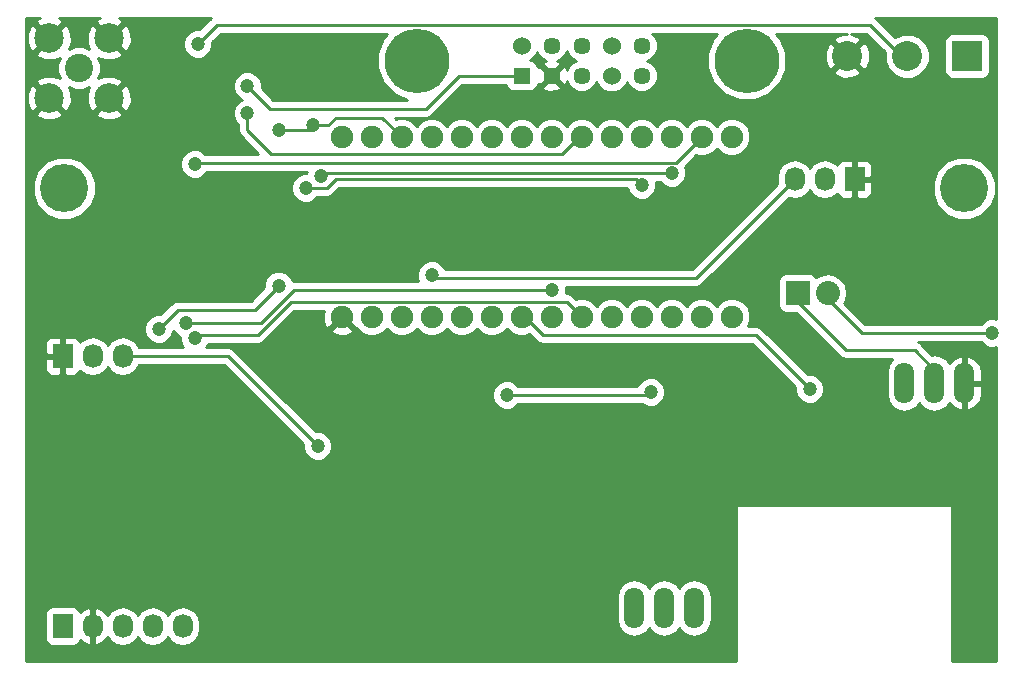
<source format=gbl>
G04 #@! TF.FileFunction,Copper,L2,Bot,Signal*
%FSLAX46Y46*%
G04 Gerber Fmt 4.6, Leading zero omitted, Abs format (unit mm)*
G04 Created by KiCad (PCBNEW 4.0.1-stable) date 2017-04-04 7:48:20 AM*
%MOMM*%
G01*
G04 APERTURE LIST*
%ADD10C,0.150000*%
%ADD11C,5.461000*%
%ADD12R,1.400000X1.400000*%
%ADD13C,1.524000*%
%ADD14C,1.450000*%
%ADD15C,2.400000*%
%ADD16C,2.500000*%
%ADD17R,2.540000X2.540000*%
%ADD18C,2.540000*%
%ADD19R,2.032000X2.032000*%
%ADD20O,2.032000X2.032000*%
%ADD21R,1.727200X2.032000*%
%ADD22O,1.727200X2.032000*%
%ADD23O,1.699260X3.500120*%
%ADD24C,1.900000*%
%ADD25C,4.064000*%
%ADD26C,1.200000*%
%ADD27C,0.254000*%
G04 APERTURE END LIST*
D10*
D11*
X50165000Y-19685000D03*
X78105000Y-19685000D03*
D12*
X59055000Y-20955000D03*
D13*
X59055000Y-18415000D03*
D14*
X61595000Y-20955000D03*
X61595000Y-18415000D03*
X64135000Y-20955000D03*
X64135000Y-18415000D03*
D13*
X66675000Y-20955000D03*
X66675000Y-18415000D03*
D14*
X69215000Y-20955000D03*
X69215000Y-18415000D03*
D15*
X21590000Y-20320000D03*
D16*
X19050000Y-17780000D03*
X24130000Y-17780000D03*
X24130000Y-22860000D03*
X19050000Y-22860000D03*
D17*
X96774000Y-19304000D03*
D18*
X91694000Y-19304000D03*
X86614000Y-19304000D03*
D19*
X82423000Y-39370000D03*
D20*
X84963000Y-39370000D03*
D21*
X87249000Y-29718000D03*
D22*
X84709000Y-29718000D03*
X82169000Y-29718000D03*
D23*
X71120000Y-66040000D03*
X73660000Y-66040000D03*
X68580000Y-66040000D03*
X93980000Y-46990000D03*
X91440000Y-46990000D03*
X96520000Y-46990000D03*
D21*
X20193000Y-67564000D03*
D22*
X22733000Y-67564000D03*
X25273000Y-67564000D03*
X27813000Y-67564000D03*
X30353000Y-67564000D03*
D21*
X20193000Y-44704000D03*
D22*
X22733000Y-44704000D03*
X25273000Y-44704000D03*
D24*
X46355000Y-41402000D03*
X48895000Y-41402000D03*
X51435000Y-41402000D03*
X53975000Y-41402000D03*
X56515000Y-41402000D03*
X59055000Y-41402000D03*
X61595000Y-41402000D03*
X64135000Y-41402000D03*
X66675000Y-41402000D03*
X69215000Y-41402000D03*
X71755000Y-41402000D03*
X74295000Y-41402000D03*
X76835000Y-41402000D03*
X76835000Y-26162000D03*
X74295000Y-26162000D03*
X71755000Y-26162000D03*
X69215000Y-26162000D03*
X66675000Y-26162000D03*
X64135000Y-26162000D03*
X61595000Y-26162000D03*
X59055000Y-26162000D03*
X56515000Y-26162000D03*
X53975000Y-26162000D03*
X51435000Y-26162000D03*
X48895000Y-26162000D03*
X46355000Y-26162000D03*
X43815000Y-26162000D03*
X43815000Y-41402000D03*
D25*
X20320000Y-30480000D03*
X96520000Y-30480000D03*
D26*
X50419000Y-54356000D03*
X50419000Y-55626000D03*
X50419000Y-53086000D03*
X87757000Y-50546000D03*
X51181000Y-67818000D03*
X49911000Y-67818000D03*
X52451000Y-67818000D03*
X52451000Y-61976000D03*
X49911000Y-61976000D03*
X73787000Y-54737000D03*
X64262000Y-51308000D03*
X62738000Y-51308000D03*
X64262000Y-49784000D03*
X61214000Y-51308000D03*
X61214000Y-49784000D03*
X62738000Y-49784000D03*
X47244000Y-66294000D03*
X31623000Y-18288000D03*
X98907600Y-42748200D03*
X57785000Y-48006000D03*
X69977000Y-47752000D03*
X51435000Y-37846000D03*
X83439000Y-47498000D03*
X31369000Y-28448000D03*
X71755000Y-29210000D03*
X42037000Y-29464000D03*
X41783000Y-52324000D03*
X35814000Y-21844000D03*
X30607000Y-41910000D03*
X61595000Y-39116000D03*
X31369000Y-43180000D03*
X35814000Y-24130000D03*
X38481000Y-25527000D03*
X41402000Y-25146000D03*
X38481000Y-38735000D03*
X28321000Y-42418000D03*
X69215000Y-30226000D03*
X40767000Y-30480000D03*
D27*
X61595000Y-20955000D02*
X61595000Y-20904200D01*
X24130000Y-22860000D02*
X24866600Y-22860000D01*
X91694000Y-19304000D02*
X91186000Y-19304000D01*
X91186000Y-19304000D02*
X88519000Y-16637000D01*
X33274000Y-16637000D02*
X31623000Y-18288000D01*
X88519000Y-16637000D02*
X33274000Y-16637000D01*
X84963000Y-39370000D02*
X84963000Y-39878000D01*
X84963000Y-39878000D02*
X87833200Y-42748200D01*
X87833200Y-42748200D02*
X98907600Y-42748200D01*
X69723000Y-48006000D02*
X57785000Y-48006000D01*
X69977000Y-47752000D02*
X69723000Y-48006000D01*
X51689000Y-38100000D02*
X73787000Y-38100000D01*
X51435000Y-37846000D02*
X51689000Y-38100000D01*
X82169000Y-29718000D02*
X73787000Y-38100000D01*
X59055000Y-41402000D02*
X59309000Y-41402000D01*
X59309000Y-41402000D02*
X60833000Y-42926000D01*
X60833000Y-42926000D02*
X78867000Y-42926000D01*
X78867000Y-42926000D02*
X83439000Y-47498000D01*
X72136000Y-28321000D02*
X74295000Y-26162000D01*
X31496000Y-28321000D02*
X72136000Y-28321000D01*
X31369000Y-28448000D02*
X31496000Y-28321000D01*
X42291000Y-29210000D02*
X71755000Y-29210000D01*
X42037000Y-29464000D02*
X42291000Y-29210000D01*
X25273000Y-44704000D02*
X34163000Y-44704000D01*
X34163000Y-44704000D02*
X41783000Y-52324000D01*
X82423000Y-39370000D02*
X82423000Y-40132000D01*
X82423000Y-40132000D02*
X86487000Y-44196000D01*
X86487000Y-44196000D02*
X92329000Y-44196000D01*
X92329000Y-44196000D02*
X93980000Y-45847000D01*
X93980000Y-45847000D02*
X93980000Y-46990000D01*
X93980000Y-46990000D02*
X93980000Y-46456600D01*
X93980000Y-46075600D02*
X93980000Y-46990000D01*
X50927000Y-23749000D02*
X37719000Y-23749000D01*
X35814000Y-21844000D02*
X37719000Y-23749000D01*
X59055000Y-20955000D02*
X53721000Y-20955000D01*
X53721000Y-20955000D02*
X50927000Y-23749000D01*
X59055000Y-18415000D02*
X59283600Y-18415000D01*
X39751000Y-39116000D02*
X61595000Y-39116000D01*
X36957000Y-41910000D02*
X39751000Y-39116000D01*
X30607000Y-41910000D02*
X36957000Y-41910000D01*
X62865000Y-40132000D02*
X64135000Y-41402000D01*
X39497000Y-40132000D02*
X62865000Y-40132000D01*
X36703000Y-42926000D02*
X39497000Y-40132000D01*
X31623000Y-42926000D02*
X36703000Y-42926000D01*
X31369000Y-43180000D02*
X31623000Y-42926000D01*
X35814000Y-25527000D02*
X37846000Y-27559000D01*
X35814000Y-24130000D02*
X35814000Y-25527000D01*
X64135000Y-26162000D02*
X63881000Y-26162000D01*
X63881000Y-26162000D02*
X62484000Y-27559000D01*
X62484000Y-27559000D02*
X37846000Y-27559000D01*
X41402000Y-25146000D02*
X42672000Y-25146000D01*
X47244000Y-24511000D02*
X48895000Y-26162000D01*
X43307000Y-24511000D02*
X47244000Y-24511000D01*
X42672000Y-25146000D02*
X43307000Y-24511000D01*
X41021000Y-25527000D02*
X38481000Y-25527000D01*
X41402000Y-25146000D02*
X41021000Y-25527000D01*
X36449000Y-40767000D02*
X38481000Y-38735000D01*
X29972000Y-40767000D02*
X36449000Y-40767000D01*
X28321000Y-42418000D02*
X29972000Y-40767000D01*
X68707000Y-29718000D02*
X69215000Y-30226000D01*
X43307000Y-29718000D02*
X68707000Y-29718000D01*
X42545000Y-30480000D02*
X43307000Y-29718000D01*
X40767000Y-30480000D02*
X42545000Y-30480000D01*
G36*
X18025533Y-16153877D02*
X17896285Y-16446680D01*
X19050000Y-17600395D01*
X20203715Y-16446680D01*
X20074467Y-16153877D01*
X19843770Y-16065500D01*
X23318894Y-16065500D01*
X23105533Y-16153877D01*
X22976285Y-16446680D01*
X24130000Y-17600395D01*
X25283715Y-16446680D01*
X25154467Y-16153877D01*
X24923770Y-16065500D01*
X32784100Y-16065500D01*
X32735185Y-16098184D01*
X31780233Y-17053137D01*
X31378421Y-17052786D01*
X30924343Y-17240408D01*
X30576629Y-17587515D01*
X30388215Y-18041266D01*
X30387786Y-18532579D01*
X30575408Y-18986657D01*
X30922515Y-19334371D01*
X31376266Y-19522785D01*
X31867579Y-19523214D01*
X32321657Y-19335592D01*
X32669371Y-18988485D01*
X32857785Y-18534734D01*
X32858138Y-18130492D01*
X33589631Y-17399000D01*
X47691299Y-17399000D01*
X47313532Y-17776108D01*
X46800086Y-19012624D01*
X46798917Y-20351502D01*
X47310204Y-21588912D01*
X48256108Y-22536468D01*
X49341110Y-22987000D01*
X38034630Y-22987000D01*
X37048863Y-22001233D01*
X37049214Y-21599421D01*
X36861592Y-21145343D01*
X36514485Y-20797629D01*
X36060734Y-20609215D01*
X35569421Y-20608786D01*
X35115343Y-20796408D01*
X34767629Y-21143515D01*
X34579215Y-21597266D01*
X34578786Y-22088579D01*
X34766408Y-22542657D01*
X35113515Y-22890371D01*
X35346235Y-22987005D01*
X35115343Y-23082408D01*
X34767629Y-23429515D01*
X34579215Y-23883266D01*
X34578786Y-24374579D01*
X34766408Y-24828657D01*
X35052000Y-25114748D01*
X35052000Y-25527000D01*
X35110004Y-25818605D01*
X35169736Y-25908000D01*
X35275185Y-26065815D01*
X36768370Y-27559000D01*
X32226581Y-27559000D01*
X32069485Y-27401629D01*
X31615734Y-27213215D01*
X31124421Y-27212786D01*
X30670343Y-27400408D01*
X30322629Y-27747515D01*
X30134215Y-28201266D01*
X30133786Y-28692579D01*
X30321408Y-29146657D01*
X30668515Y-29494371D01*
X31122266Y-29682785D01*
X31613579Y-29683214D01*
X32067657Y-29495592D01*
X32415371Y-29148485D01*
X32442563Y-29083000D01*
X40857967Y-29083000D01*
X40802215Y-29217266D01*
X40802191Y-29245030D01*
X40522421Y-29244786D01*
X40068343Y-29432408D01*
X39720629Y-29779515D01*
X39532215Y-30233266D01*
X39531786Y-30724579D01*
X39719408Y-31178657D01*
X40066515Y-31526371D01*
X40520266Y-31714785D01*
X41011579Y-31715214D01*
X41465657Y-31527592D01*
X41751748Y-31242000D01*
X42545000Y-31242000D01*
X42836605Y-31183996D01*
X43083815Y-31018815D01*
X43622631Y-30480000D01*
X67983679Y-30480000D01*
X68167408Y-30924657D01*
X68514515Y-31272371D01*
X68968266Y-31460785D01*
X69459579Y-31461214D01*
X69913657Y-31273592D01*
X70261371Y-30926485D01*
X70449785Y-30472734D01*
X70450214Y-29981421D01*
X70446321Y-29972000D01*
X70770640Y-29972000D01*
X71054515Y-30256371D01*
X71508266Y-30444785D01*
X71999579Y-30445214D01*
X72453657Y-30257592D01*
X72801371Y-29910485D01*
X72989785Y-29456734D01*
X72990214Y-28965421D01*
X72867119Y-28667511D01*
X73843780Y-27690850D01*
X73978341Y-27746724D01*
X74608893Y-27747275D01*
X75191657Y-27506481D01*
X75565261Y-27133529D01*
X75935997Y-27504914D01*
X76518341Y-27746724D01*
X77148893Y-27747275D01*
X77731657Y-27506481D01*
X78177914Y-27061003D01*
X78419724Y-26478659D01*
X78420275Y-25848107D01*
X78179481Y-25265343D01*
X77734003Y-24819086D01*
X77151659Y-24577276D01*
X76521107Y-24576725D01*
X75938343Y-24817519D01*
X75564739Y-25190471D01*
X75194003Y-24819086D01*
X74611659Y-24577276D01*
X73981107Y-24576725D01*
X73398343Y-24817519D01*
X73024739Y-25190471D01*
X72654003Y-24819086D01*
X72071659Y-24577276D01*
X71441107Y-24576725D01*
X70858343Y-24817519D01*
X70484739Y-25190471D01*
X70114003Y-24819086D01*
X69531659Y-24577276D01*
X68901107Y-24576725D01*
X68318343Y-24817519D01*
X67944739Y-25190471D01*
X67574003Y-24819086D01*
X66991659Y-24577276D01*
X66361107Y-24576725D01*
X65778343Y-24817519D01*
X65404739Y-25190471D01*
X65034003Y-24819086D01*
X64451659Y-24577276D01*
X63821107Y-24576725D01*
X63238343Y-24817519D01*
X62864739Y-25190471D01*
X62494003Y-24819086D01*
X61911659Y-24577276D01*
X61281107Y-24576725D01*
X60698343Y-24817519D01*
X60324739Y-25190471D01*
X59954003Y-24819086D01*
X59371659Y-24577276D01*
X58741107Y-24576725D01*
X58158343Y-24817519D01*
X57784739Y-25190471D01*
X57414003Y-24819086D01*
X56831659Y-24577276D01*
X56201107Y-24576725D01*
X55618343Y-24817519D01*
X55244739Y-25190471D01*
X54874003Y-24819086D01*
X54291659Y-24577276D01*
X53661107Y-24576725D01*
X53078343Y-24817519D01*
X52704739Y-25190471D01*
X52334003Y-24819086D01*
X51751659Y-24577276D01*
X51121107Y-24576725D01*
X50538343Y-24817519D01*
X50164739Y-25190471D01*
X49794003Y-24819086D01*
X49211659Y-24577276D01*
X48581107Y-24576725D01*
X48444005Y-24633375D01*
X48321630Y-24511000D01*
X50927000Y-24511000D01*
X51218605Y-24452996D01*
X51465815Y-24287815D01*
X54036631Y-21717000D01*
X57719226Y-21717000D01*
X57751838Y-21890317D01*
X57890910Y-22106441D01*
X58103110Y-22251431D01*
X58355000Y-22302440D01*
X59755000Y-22302440D01*
X59990317Y-22258162D01*
X60206441Y-22119090D01*
X60350400Y-21908398D01*
X60821207Y-21908398D01*
X60886122Y-22146753D01*
X61396146Y-22327312D01*
X61936444Y-22298949D01*
X62303878Y-22146753D01*
X62368793Y-21908398D01*
X61595000Y-21134605D01*
X60821207Y-21908398D01*
X60350400Y-21908398D01*
X60351431Y-21906890D01*
X60401497Y-21659654D01*
X60403247Y-21663878D01*
X60641602Y-21728793D01*
X61415395Y-20955000D01*
X60641602Y-20181207D01*
X60403247Y-20246122D01*
X60401629Y-20250692D01*
X60358162Y-20019683D01*
X60219090Y-19803559D01*
X60006890Y-19658569D01*
X59803339Y-19617349D01*
X59845303Y-19600010D01*
X60238629Y-19207370D01*
X60345016Y-18951162D01*
X60441376Y-19184372D01*
X60823616Y-19567280D01*
X61091092Y-19678346D01*
X60886122Y-19763247D01*
X60821207Y-20001602D01*
X61595000Y-20775395D01*
X62368793Y-20001602D01*
X62303878Y-19763247D01*
X62082783Y-19684975D01*
X62364372Y-19568624D01*
X62747280Y-19186384D01*
X62865033Y-18902802D01*
X62981376Y-19184372D01*
X63363616Y-19567280D01*
X63647198Y-19685033D01*
X63365628Y-19801376D01*
X62982720Y-20183616D01*
X62871654Y-20451092D01*
X62786753Y-20246122D01*
X62548398Y-20181207D01*
X61774605Y-20955000D01*
X62548398Y-21728793D01*
X62786753Y-21663878D01*
X62865025Y-21442783D01*
X62981376Y-21724372D01*
X63363616Y-22107280D01*
X63863292Y-22314763D01*
X64404334Y-22315236D01*
X64904372Y-22108624D01*
X65287280Y-21726384D01*
X65384967Y-21491127D01*
X65489990Y-21745303D01*
X65882630Y-22138629D01*
X66395900Y-22351757D01*
X66951661Y-22352242D01*
X67465303Y-22140010D01*
X67858629Y-21747370D01*
X67965016Y-21491162D01*
X68061376Y-21724372D01*
X68443616Y-22107280D01*
X68943292Y-22314763D01*
X69484334Y-22315236D01*
X69984372Y-22108624D01*
X70367280Y-21726384D01*
X70574763Y-21226708D01*
X70575236Y-20685666D01*
X70368624Y-20185628D01*
X69986384Y-19802720D01*
X69702802Y-19684967D01*
X69984372Y-19568624D01*
X70367280Y-19186384D01*
X70574763Y-18686708D01*
X70575236Y-18145666D01*
X70368624Y-17645628D01*
X70122426Y-17399000D01*
X75631299Y-17399000D01*
X75253532Y-17776108D01*
X74740086Y-19012624D01*
X74738917Y-20351502D01*
X75250204Y-21588912D01*
X76196108Y-22536468D01*
X77432624Y-23049914D01*
X78771502Y-23051083D01*
X80008912Y-22539796D01*
X80956468Y-21593892D01*
X81347668Y-20651777D01*
X85445828Y-20651777D01*
X85577520Y-20946657D01*
X86285036Y-21218261D01*
X87042632Y-21198436D01*
X87650480Y-20946657D01*
X87782172Y-20651777D01*
X86614000Y-19483605D01*
X85445828Y-20651777D01*
X81347668Y-20651777D01*
X81469914Y-20357376D01*
X81471083Y-19018498D01*
X81453125Y-18975036D01*
X84699739Y-18975036D01*
X84719564Y-19732632D01*
X84971343Y-20340480D01*
X85266223Y-20472172D01*
X86434395Y-19304000D01*
X86793605Y-19304000D01*
X87961777Y-20472172D01*
X88256657Y-20340480D01*
X88528261Y-19632964D01*
X88508436Y-18875368D01*
X88256657Y-18267520D01*
X87961777Y-18135828D01*
X86793605Y-19304000D01*
X86434395Y-19304000D01*
X85266223Y-18135828D01*
X84971343Y-18267520D01*
X84699739Y-18975036D01*
X81453125Y-18975036D01*
X80959796Y-17781088D01*
X80578374Y-17399000D01*
X86589063Y-17399000D01*
X86185368Y-17409564D01*
X85577520Y-17661343D01*
X85445828Y-17956223D01*
X86614000Y-19124395D01*
X87782172Y-17956223D01*
X87650480Y-17661343D01*
X86967088Y-17399000D01*
X88203370Y-17399000D01*
X89789278Y-18984909D01*
X89788670Y-19681265D01*
X90078078Y-20381686D01*
X90613495Y-20918039D01*
X91313410Y-21208668D01*
X92071265Y-21209330D01*
X92771686Y-20919922D01*
X93308039Y-20384505D01*
X93598668Y-19684590D01*
X93599330Y-18926735D01*
X93309922Y-18226314D01*
X93117944Y-18034000D01*
X94856560Y-18034000D01*
X94856560Y-20574000D01*
X94900838Y-20809317D01*
X95039910Y-21025441D01*
X95252110Y-21170431D01*
X95504000Y-21221440D01*
X98044000Y-21221440D01*
X98279317Y-21177162D01*
X98495441Y-21038090D01*
X98640431Y-20825890D01*
X98691440Y-20574000D01*
X98691440Y-18034000D01*
X98647162Y-17798683D01*
X98508090Y-17582559D01*
X98295890Y-17437569D01*
X98044000Y-17386560D01*
X95504000Y-17386560D01*
X95268683Y-17430838D01*
X95052559Y-17569910D01*
X94907569Y-17782110D01*
X94856560Y-18034000D01*
X93117944Y-18034000D01*
X92774505Y-17689961D01*
X92074590Y-17399332D01*
X91316735Y-17398670D01*
X90638529Y-17678899D01*
X89057814Y-16098184D01*
X89008899Y-16065500D01*
X99250500Y-16065500D01*
X99250500Y-41553347D01*
X99154334Y-41513415D01*
X98663021Y-41512986D01*
X98208943Y-41700608D01*
X97922852Y-41986200D01*
X88148831Y-41986200D01*
X86371551Y-40208920D01*
X86488325Y-40034155D01*
X86614000Y-39402345D01*
X86614000Y-39337655D01*
X86488325Y-38705845D01*
X86130433Y-38170222D01*
X85594810Y-37812330D01*
X84963000Y-37686655D01*
X84331190Y-37812330D01*
X83991208Y-38039499D01*
X83903090Y-37902559D01*
X83690890Y-37757569D01*
X83439000Y-37706560D01*
X81407000Y-37706560D01*
X81171683Y-37750838D01*
X80955559Y-37889910D01*
X80810569Y-38102110D01*
X80759560Y-38354000D01*
X80759560Y-40386000D01*
X80803838Y-40621317D01*
X80942910Y-40837441D01*
X81155110Y-40982431D01*
X81407000Y-41033440D01*
X82246810Y-41033440D01*
X85948185Y-44734815D01*
X86195395Y-44899996D01*
X86487000Y-44958000D01*
X90442667Y-44958000D01*
X90390208Y-44993052D01*
X90068381Y-45474701D01*
X89955370Y-46042844D01*
X89955370Y-47937156D01*
X90068381Y-48505299D01*
X90390208Y-48986948D01*
X90871857Y-49308775D01*
X91440000Y-49421786D01*
X92008143Y-49308775D01*
X92489792Y-48986948D01*
X92710000Y-48657383D01*
X92930208Y-48986948D01*
X93411857Y-49308775D01*
X93980000Y-49421786D01*
X94548143Y-49308775D01*
X95029792Y-48986948D01*
X95255516Y-48649127D01*
X95560011Y-49030024D01*
X96069190Y-49310649D01*
X96163168Y-49331540D01*
X96393000Y-49210214D01*
X96393000Y-47117000D01*
X96647000Y-47117000D01*
X96647000Y-49210214D01*
X96876832Y-49331540D01*
X96970810Y-49310649D01*
X97479989Y-49030024D01*
X97843018Y-48575906D01*
X98004630Y-48017430D01*
X98004630Y-47117000D01*
X96647000Y-47117000D01*
X96393000Y-47117000D01*
X96373000Y-47117000D01*
X96373000Y-46863000D01*
X96393000Y-46863000D01*
X96393000Y-44769786D01*
X96647000Y-44769786D01*
X96647000Y-46863000D01*
X98004630Y-46863000D01*
X98004630Y-45962570D01*
X97843018Y-45404094D01*
X97479989Y-44949976D01*
X96970810Y-44669351D01*
X96876832Y-44648460D01*
X96647000Y-44769786D01*
X96393000Y-44769786D01*
X96163168Y-44648460D01*
X96069190Y-44669351D01*
X95560011Y-44949976D01*
X95255516Y-45330873D01*
X95029792Y-44993052D01*
X94548143Y-44671225D01*
X93980000Y-44558214D01*
X93803878Y-44593247D01*
X92867815Y-43657185D01*
X92827124Y-43629996D01*
X92647837Y-43510200D01*
X97923240Y-43510200D01*
X98207115Y-43794571D01*
X98660866Y-43982985D01*
X99152179Y-43983414D01*
X99250500Y-43942788D01*
X99250500Y-70548500D01*
X95504000Y-70548500D01*
X95504000Y-57404000D01*
X95493994Y-57354590D01*
X95465553Y-57312965D01*
X95423159Y-57285685D01*
X95377000Y-57277000D01*
X77343000Y-57277000D01*
X77293590Y-57287006D01*
X77251965Y-57315447D01*
X77224685Y-57357841D01*
X77216000Y-57404000D01*
X77216000Y-70548500D01*
X17081500Y-70548500D01*
X17081500Y-66548000D01*
X18681960Y-66548000D01*
X18681960Y-68580000D01*
X18726238Y-68815317D01*
X18865310Y-69031441D01*
X19077510Y-69176431D01*
X19329400Y-69227440D01*
X21056600Y-69227440D01*
X21291917Y-69183162D01*
X21508041Y-69044090D01*
X21653031Y-68831890D01*
X21672232Y-68737073D01*
X21830964Y-68914732D01*
X22358209Y-69168709D01*
X22373974Y-69171358D01*
X22606000Y-69050217D01*
X22606000Y-67691000D01*
X22586000Y-67691000D01*
X22586000Y-67437000D01*
X22606000Y-67437000D01*
X22606000Y-66077783D01*
X22860000Y-66077783D01*
X22860000Y-67437000D01*
X22880000Y-67437000D01*
X22880000Y-67691000D01*
X22860000Y-67691000D01*
X22860000Y-69050217D01*
X23092026Y-69171358D01*
X23107791Y-69168709D01*
X23635036Y-68914732D01*
X24006539Y-68498931D01*
X24213330Y-68808415D01*
X24699511Y-69133271D01*
X25273000Y-69247345D01*
X25846489Y-69133271D01*
X26332670Y-68808415D01*
X26543000Y-68493634D01*
X26753330Y-68808415D01*
X27239511Y-69133271D01*
X27813000Y-69247345D01*
X28386489Y-69133271D01*
X28872670Y-68808415D01*
X29083000Y-68493634D01*
X29293330Y-68808415D01*
X29779511Y-69133271D01*
X30353000Y-69247345D01*
X30926489Y-69133271D01*
X31412670Y-68808415D01*
X31737526Y-68322234D01*
X31851600Y-67748745D01*
X31851600Y-67379255D01*
X31737526Y-66805766D01*
X31412670Y-66319585D01*
X30926489Y-65994729D01*
X30353000Y-65880655D01*
X29779511Y-65994729D01*
X29293330Y-66319585D01*
X29083000Y-66634366D01*
X28872670Y-66319585D01*
X28386489Y-65994729D01*
X27813000Y-65880655D01*
X27239511Y-65994729D01*
X26753330Y-66319585D01*
X26543000Y-66634366D01*
X26332670Y-66319585D01*
X25846489Y-65994729D01*
X25273000Y-65880655D01*
X24699511Y-65994729D01*
X24213330Y-66319585D01*
X24006539Y-66629069D01*
X23635036Y-66213268D01*
X23107791Y-65959291D01*
X23092026Y-65956642D01*
X22860000Y-66077783D01*
X22606000Y-66077783D01*
X22373974Y-65956642D01*
X22358209Y-65959291D01*
X21830964Y-66213268D01*
X21674093Y-66388845D01*
X21659762Y-66312683D01*
X21520690Y-66096559D01*
X21308490Y-65951569D01*
X21056600Y-65900560D01*
X19329400Y-65900560D01*
X19094083Y-65944838D01*
X18877959Y-66083910D01*
X18732969Y-66296110D01*
X18681960Y-66548000D01*
X17081500Y-66548000D01*
X17081500Y-65092844D01*
X67095370Y-65092844D01*
X67095370Y-66987156D01*
X67208381Y-67555299D01*
X67530208Y-68036948D01*
X68011857Y-68358775D01*
X68580000Y-68471786D01*
X69148143Y-68358775D01*
X69629792Y-68036948D01*
X69850000Y-67707383D01*
X70070208Y-68036948D01*
X70551857Y-68358775D01*
X71120000Y-68471786D01*
X71688143Y-68358775D01*
X72169792Y-68036948D01*
X72390000Y-67707383D01*
X72610208Y-68036948D01*
X73091857Y-68358775D01*
X73660000Y-68471786D01*
X74228143Y-68358775D01*
X74709792Y-68036948D01*
X75031619Y-67555299D01*
X75144630Y-66987156D01*
X75144630Y-65092844D01*
X75031619Y-64524701D01*
X74709792Y-64043052D01*
X74228143Y-63721225D01*
X73660000Y-63608214D01*
X73091857Y-63721225D01*
X72610208Y-64043052D01*
X72390000Y-64372617D01*
X72169792Y-64043052D01*
X71688143Y-63721225D01*
X71120000Y-63608214D01*
X70551857Y-63721225D01*
X70070208Y-64043052D01*
X69850000Y-64372617D01*
X69629792Y-64043052D01*
X69148143Y-63721225D01*
X68580000Y-63608214D01*
X68011857Y-63721225D01*
X67530208Y-64043052D01*
X67208381Y-64524701D01*
X67095370Y-65092844D01*
X17081500Y-65092844D01*
X17081500Y-44989750D01*
X18694400Y-44989750D01*
X18694400Y-45846309D01*
X18791073Y-46079698D01*
X18969701Y-46258327D01*
X19203090Y-46355000D01*
X19907250Y-46355000D01*
X20066000Y-46196250D01*
X20066000Y-44831000D01*
X18853150Y-44831000D01*
X18694400Y-44989750D01*
X17081500Y-44989750D01*
X17081500Y-43561691D01*
X18694400Y-43561691D01*
X18694400Y-44418250D01*
X18853150Y-44577000D01*
X20066000Y-44577000D01*
X20066000Y-43211750D01*
X20320000Y-43211750D01*
X20320000Y-44577000D01*
X20340000Y-44577000D01*
X20340000Y-44831000D01*
X20320000Y-44831000D01*
X20320000Y-46196250D01*
X20478750Y-46355000D01*
X21182910Y-46355000D01*
X21416299Y-46258327D01*
X21594927Y-46079698D01*
X21658500Y-45926220D01*
X21673330Y-45948415D01*
X22159511Y-46273271D01*
X22733000Y-46387345D01*
X23306489Y-46273271D01*
X23792670Y-45948415D01*
X24003000Y-45633634D01*
X24213330Y-45948415D01*
X24699511Y-46273271D01*
X25273000Y-46387345D01*
X25846489Y-46273271D01*
X26332670Y-45948415D01*
X26655010Y-45466000D01*
X33847370Y-45466000D01*
X40548137Y-52166768D01*
X40547786Y-52568579D01*
X40735408Y-53022657D01*
X41082515Y-53370371D01*
X41536266Y-53558785D01*
X42027579Y-53559214D01*
X42481657Y-53371592D01*
X42829371Y-53024485D01*
X43017785Y-52570734D01*
X43018214Y-52079421D01*
X42830592Y-51625343D01*
X42483485Y-51277629D01*
X42029734Y-51089215D01*
X41625493Y-51088862D01*
X38787210Y-48250579D01*
X56549786Y-48250579D01*
X56737408Y-48704657D01*
X57084515Y-49052371D01*
X57538266Y-49240785D01*
X58029579Y-49241214D01*
X58483657Y-49053592D01*
X58769748Y-48768000D01*
X69246197Y-48768000D01*
X69276515Y-48798371D01*
X69730266Y-48986785D01*
X70221579Y-48987214D01*
X70675657Y-48799592D01*
X71023371Y-48452485D01*
X71211785Y-47998734D01*
X71212214Y-47507421D01*
X71024592Y-47053343D01*
X70677485Y-46705629D01*
X70223734Y-46517215D01*
X69732421Y-46516786D01*
X69278343Y-46704408D01*
X68930629Y-47051515D01*
X68850702Y-47244000D01*
X58769360Y-47244000D01*
X58485485Y-46959629D01*
X58031734Y-46771215D01*
X57540421Y-46770786D01*
X57086343Y-46958408D01*
X56738629Y-47305515D01*
X56550215Y-47759266D01*
X56549786Y-48250579D01*
X38787210Y-48250579D01*
X34701815Y-44165185D01*
X34454605Y-44000004D01*
X34163000Y-43942000D01*
X32353748Y-43942000D01*
X32415371Y-43880485D01*
X32495298Y-43688000D01*
X36703000Y-43688000D01*
X36994605Y-43629996D01*
X37241815Y-43464815D01*
X38188280Y-42518350D01*
X42878255Y-42518350D01*
X42970792Y-42780019D01*
X43562398Y-42998188D01*
X44192461Y-42973352D01*
X44659208Y-42780019D01*
X44751745Y-42518350D01*
X43815000Y-41581605D01*
X42878255Y-42518350D01*
X38188280Y-42518350D01*
X39812631Y-40894000D01*
X42312996Y-40894000D01*
X42218812Y-41149398D01*
X42243648Y-41779461D01*
X42436981Y-42246208D01*
X42698650Y-42338745D01*
X43635395Y-41402000D01*
X43621253Y-41387858D01*
X43800858Y-41208253D01*
X43815000Y-41222395D01*
X43829143Y-41208253D01*
X44008748Y-41387858D01*
X43994605Y-41402000D01*
X44931350Y-42338745D01*
X45019439Y-42307593D01*
X45455997Y-42744914D01*
X46038341Y-42986724D01*
X46668893Y-42987275D01*
X47251657Y-42746481D01*
X47625261Y-42373529D01*
X47995997Y-42744914D01*
X48578341Y-42986724D01*
X49208893Y-42987275D01*
X49791657Y-42746481D01*
X50165261Y-42373529D01*
X50535997Y-42744914D01*
X51118341Y-42986724D01*
X51748893Y-42987275D01*
X52331657Y-42746481D01*
X52705261Y-42373529D01*
X53075997Y-42744914D01*
X53658341Y-42986724D01*
X54288893Y-42987275D01*
X54871657Y-42746481D01*
X55245261Y-42373529D01*
X55615997Y-42744914D01*
X56198341Y-42986724D01*
X56828893Y-42987275D01*
X57411657Y-42746481D01*
X57785261Y-42373529D01*
X58155997Y-42744914D01*
X58738341Y-42986724D01*
X59368893Y-42987275D01*
X59685730Y-42856360D01*
X60294184Y-43464815D01*
X60541395Y-43629996D01*
X60833000Y-43688000D01*
X78551370Y-43688000D01*
X82204137Y-47340768D01*
X82203786Y-47742579D01*
X82391408Y-48196657D01*
X82738515Y-48544371D01*
X83192266Y-48732785D01*
X83683579Y-48733214D01*
X84137657Y-48545592D01*
X84485371Y-48198485D01*
X84673785Y-47744734D01*
X84674214Y-47253421D01*
X84486592Y-46799343D01*
X84139485Y-46451629D01*
X83685734Y-46263215D01*
X83281493Y-46262862D01*
X79405815Y-42387185D01*
X79405814Y-42387184D01*
X79158605Y-42222004D01*
X78867000Y-42164000D01*
X78234803Y-42164000D01*
X78419724Y-41718659D01*
X78420275Y-41088107D01*
X78179481Y-40505343D01*
X77734003Y-40059086D01*
X77151659Y-39817276D01*
X76521107Y-39816725D01*
X75938343Y-40057519D01*
X75564739Y-40430471D01*
X75194003Y-40059086D01*
X74611659Y-39817276D01*
X73981107Y-39816725D01*
X73398343Y-40057519D01*
X73024739Y-40430471D01*
X72654003Y-40059086D01*
X72071659Y-39817276D01*
X71441107Y-39816725D01*
X70858343Y-40057519D01*
X70484739Y-40430471D01*
X70114003Y-40059086D01*
X69531659Y-39817276D01*
X68901107Y-39816725D01*
X68318343Y-40057519D01*
X67944739Y-40430471D01*
X67574003Y-40059086D01*
X66991659Y-39817276D01*
X66361107Y-39816725D01*
X65778343Y-40057519D01*
X65404739Y-40430471D01*
X65034003Y-40059086D01*
X64451659Y-39817276D01*
X63821107Y-39816725D01*
X63684005Y-39873375D01*
X63403815Y-39593185D01*
X63393655Y-39586396D01*
X63156605Y-39428004D01*
X62865000Y-39370000D01*
X62826768Y-39370000D01*
X62829785Y-39362734D01*
X62830214Y-38871421D01*
X62826321Y-38862000D01*
X73787000Y-38862000D01*
X74078605Y-38803996D01*
X74325815Y-38638815D01*
X81663780Y-31300850D01*
X82169000Y-31401345D01*
X82742489Y-31287271D01*
X83228670Y-30962415D01*
X83439000Y-30647634D01*
X83649330Y-30962415D01*
X84135511Y-31287271D01*
X84709000Y-31401345D01*
X85282489Y-31287271D01*
X85768670Y-30962415D01*
X85783500Y-30940220D01*
X85847073Y-31093698D01*
X86025701Y-31272327D01*
X86259090Y-31369000D01*
X86963250Y-31369000D01*
X87122000Y-31210250D01*
X87122000Y-29845000D01*
X87376000Y-29845000D01*
X87376000Y-31210250D01*
X87534750Y-31369000D01*
X88238910Y-31369000D01*
X88472299Y-31272327D01*
X88650927Y-31093698D01*
X88686353Y-31008172D01*
X93852538Y-31008172D01*
X94257709Y-31988761D01*
X95007293Y-32739655D01*
X95987173Y-33146536D01*
X97048172Y-33147462D01*
X98028761Y-32742291D01*
X98779655Y-31992707D01*
X99186536Y-31012827D01*
X99187462Y-29951828D01*
X98782291Y-28971239D01*
X98032707Y-28220345D01*
X97052827Y-27813464D01*
X95991828Y-27812538D01*
X95011239Y-28217709D01*
X94260345Y-28967293D01*
X93853464Y-29947173D01*
X93852538Y-31008172D01*
X88686353Y-31008172D01*
X88747600Y-30860309D01*
X88747600Y-30003750D01*
X88588850Y-29845000D01*
X87376000Y-29845000D01*
X87122000Y-29845000D01*
X87102000Y-29845000D01*
X87102000Y-29591000D01*
X87122000Y-29591000D01*
X87122000Y-28225750D01*
X87376000Y-28225750D01*
X87376000Y-29591000D01*
X88588850Y-29591000D01*
X88747600Y-29432250D01*
X88747600Y-28575691D01*
X88650927Y-28342302D01*
X88472299Y-28163673D01*
X88238910Y-28067000D01*
X87534750Y-28067000D01*
X87376000Y-28225750D01*
X87122000Y-28225750D01*
X86963250Y-28067000D01*
X86259090Y-28067000D01*
X86025701Y-28163673D01*
X85847073Y-28342302D01*
X85783500Y-28495780D01*
X85768670Y-28473585D01*
X85282489Y-28148729D01*
X84709000Y-28034655D01*
X84135511Y-28148729D01*
X83649330Y-28473585D01*
X83439000Y-28788366D01*
X83228670Y-28473585D01*
X82742489Y-28148729D01*
X82169000Y-28034655D01*
X81595511Y-28148729D01*
X81109330Y-28473585D01*
X80784474Y-28959766D01*
X80670400Y-29533255D01*
X80670400Y-29902745D01*
X80709592Y-30099778D01*
X73471370Y-37338000D01*
X52561370Y-37338000D01*
X52482592Y-37147343D01*
X52135485Y-36799629D01*
X51681734Y-36611215D01*
X51190421Y-36610786D01*
X50736343Y-36798408D01*
X50388629Y-37145515D01*
X50200215Y-37599266D01*
X50199786Y-38090579D01*
X50308630Y-38354000D01*
X39751000Y-38354000D01*
X39666769Y-38370755D01*
X39528592Y-38036343D01*
X39181485Y-37688629D01*
X38727734Y-37500215D01*
X38236421Y-37499786D01*
X37782343Y-37687408D01*
X37434629Y-38034515D01*
X37246215Y-38488266D01*
X37245862Y-38892508D01*
X36133370Y-40005000D01*
X29972000Y-40005000D01*
X29680396Y-40063003D01*
X29433185Y-40228184D01*
X28478233Y-41183137D01*
X28076421Y-41182786D01*
X27622343Y-41370408D01*
X27274629Y-41717515D01*
X27086215Y-42171266D01*
X27085786Y-42662579D01*
X27273408Y-43116657D01*
X27620515Y-43464371D01*
X28074266Y-43652785D01*
X28565579Y-43653214D01*
X29019657Y-43465592D01*
X29367371Y-43118485D01*
X29555785Y-42664734D01*
X29555842Y-42600025D01*
X29559408Y-42608657D01*
X29906515Y-42956371D01*
X30134112Y-43050878D01*
X30133786Y-43424579D01*
X30321408Y-43878657D01*
X30384640Y-43942000D01*
X26655010Y-43942000D01*
X26332670Y-43459585D01*
X25846489Y-43134729D01*
X25273000Y-43020655D01*
X24699511Y-43134729D01*
X24213330Y-43459585D01*
X24003000Y-43774366D01*
X23792670Y-43459585D01*
X23306489Y-43134729D01*
X22733000Y-43020655D01*
X22159511Y-43134729D01*
X21673330Y-43459585D01*
X21658500Y-43481780D01*
X21594927Y-43328302D01*
X21416299Y-43149673D01*
X21182910Y-43053000D01*
X20478750Y-43053000D01*
X20320000Y-43211750D01*
X20066000Y-43211750D01*
X19907250Y-43053000D01*
X19203090Y-43053000D01*
X18969701Y-43149673D01*
X18791073Y-43328302D01*
X18694400Y-43561691D01*
X17081500Y-43561691D01*
X17081500Y-31008172D01*
X17652538Y-31008172D01*
X18057709Y-31988761D01*
X18807293Y-32739655D01*
X19787173Y-33146536D01*
X20848172Y-33147462D01*
X21828761Y-32742291D01*
X22579655Y-31992707D01*
X22986536Y-31012827D01*
X22987462Y-29951828D01*
X22582291Y-28971239D01*
X21832707Y-28220345D01*
X20852827Y-27813464D01*
X19791828Y-27812538D01*
X18811239Y-28217709D01*
X18060345Y-28967293D01*
X17653464Y-29947173D01*
X17652538Y-31008172D01*
X17081500Y-31008172D01*
X17081500Y-24193320D01*
X17896285Y-24193320D01*
X18025533Y-24486123D01*
X18725806Y-24754388D01*
X19475435Y-24734250D01*
X20074467Y-24486123D01*
X20203715Y-24193320D01*
X22976285Y-24193320D01*
X23105533Y-24486123D01*
X23805806Y-24754388D01*
X24555435Y-24734250D01*
X25154467Y-24486123D01*
X25283715Y-24193320D01*
X24130000Y-23039605D01*
X22976285Y-24193320D01*
X20203715Y-24193320D01*
X19050000Y-23039605D01*
X17896285Y-24193320D01*
X17081500Y-24193320D01*
X17081500Y-22535806D01*
X17155612Y-22535806D01*
X17175750Y-23285435D01*
X17423877Y-23884467D01*
X17716680Y-24013715D01*
X18870395Y-22860000D01*
X17716680Y-21706285D01*
X17423877Y-21835533D01*
X17155612Y-22535806D01*
X17081500Y-22535806D01*
X17081500Y-19113320D01*
X17896285Y-19113320D01*
X18025533Y-19406123D01*
X18725806Y-19674388D01*
X19475435Y-19654250D01*
X19963476Y-19452097D01*
X19755319Y-19953395D01*
X19754682Y-20683403D01*
X19964769Y-21191853D01*
X19374194Y-20965612D01*
X18624565Y-20985750D01*
X18025533Y-21233877D01*
X17896285Y-21526680D01*
X19050000Y-22680395D01*
X19064143Y-22666253D01*
X19243748Y-22845858D01*
X19229605Y-22860000D01*
X20383320Y-24013715D01*
X20676123Y-23884467D01*
X20944388Y-23184194D01*
X20924250Y-22434565D01*
X20722097Y-21946524D01*
X21223395Y-22154681D01*
X21953403Y-22155318D01*
X22461853Y-21945231D01*
X22235612Y-22535806D01*
X22255750Y-23285435D01*
X22503877Y-23884467D01*
X22796680Y-24013715D01*
X23950395Y-22860000D01*
X24309605Y-22860000D01*
X25463320Y-24013715D01*
X25756123Y-23884467D01*
X26024388Y-23184194D01*
X26004250Y-22434565D01*
X25756123Y-21835533D01*
X25463320Y-21706285D01*
X24309605Y-22860000D01*
X23950395Y-22860000D01*
X23936253Y-22845858D01*
X24115858Y-22666253D01*
X24130000Y-22680395D01*
X25283715Y-21526680D01*
X25154467Y-21233877D01*
X24454194Y-20965612D01*
X23704565Y-20985750D01*
X23216524Y-21187903D01*
X23424681Y-20686605D01*
X23425318Y-19956597D01*
X23215231Y-19448147D01*
X23805806Y-19674388D01*
X24555435Y-19654250D01*
X25154467Y-19406123D01*
X25283715Y-19113320D01*
X24130000Y-17959605D01*
X24115858Y-17973748D01*
X23936253Y-17794143D01*
X23950395Y-17780000D01*
X24309605Y-17780000D01*
X25463320Y-18933715D01*
X25756123Y-18804467D01*
X26024388Y-18104194D01*
X26004250Y-17354565D01*
X25756123Y-16755533D01*
X25463320Y-16626285D01*
X24309605Y-17780000D01*
X23950395Y-17780000D01*
X22796680Y-16626285D01*
X22503877Y-16755533D01*
X22235612Y-17455806D01*
X22255750Y-18205435D01*
X22457903Y-18693476D01*
X21956605Y-18485319D01*
X21226597Y-18484682D01*
X20718147Y-18694769D01*
X20944388Y-18104194D01*
X20924250Y-17354565D01*
X20676123Y-16755533D01*
X20383320Y-16626285D01*
X19229605Y-17780000D01*
X19243748Y-17794143D01*
X19064143Y-17973748D01*
X19050000Y-17959605D01*
X17896285Y-19113320D01*
X17081500Y-19113320D01*
X17081500Y-17455806D01*
X17155612Y-17455806D01*
X17175750Y-18205435D01*
X17423877Y-18804467D01*
X17716680Y-18933715D01*
X18870395Y-17780000D01*
X17716680Y-16626285D01*
X17423877Y-16755533D01*
X17155612Y-17455806D01*
X17081500Y-17455806D01*
X17081500Y-16065500D01*
X18238894Y-16065500D01*
X18025533Y-16153877D01*
X18025533Y-16153877D01*
G37*
X18025533Y-16153877D02*
X17896285Y-16446680D01*
X19050000Y-17600395D01*
X20203715Y-16446680D01*
X20074467Y-16153877D01*
X19843770Y-16065500D01*
X23318894Y-16065500D01*
X23105533Y-16153877D01*
X22976285Y-16446680D01*
X24130000Y-17600395D01*
X25283715Y-16446680D01*
X25154467Y-16153877D01*
X24923770Y-16065500D01*
X32784100Y-16065500D01*
X32735185Y-16098184D01*
X31780233Y-17053137D01*
X31378421Y-17052786D01*
X30924343Y-17240408D01*
X30576629Y-17587515D01*
X30388215Y-18041266D01*
X30387786Y-18532579D01*
X30575408Y-18986657D01*
X30922515Y-19334371D01*
X31376266Y-19522785D01*
X31867579Y-19523214D01*
X32321657Y-19335592D01*
X32669371Y-18988485D01*
X32857785Y-18534734D01*
X32858138Y-18130492D01*
X33589631Y-17399000D01*
X47691299Y-17399000D01*
X47313532Y-17776108D01*
X46800086Y-19012624D01*
X46798917Y-20351502D01*
X47310204Y-21588912D01*
X48256108Y-22536468D01*
X49341110Y-22987000D01*
X38034630Y-22987000D01*
X37048863Y-22001233D01*
X37049214Y-21599421D01*
X36861592Y-21145343D01*
X36514485Y-20797629D01*
X36060734Y-20609215D01*
X35569421Y-20608786D01*
X35115343Y-20796408D01*
X34767629Y-21143515D01*
X34579215Y-21597266D01*
X34578786Y-22088579D01*
X34766408Y-22542657D01*
X35113515Y-22890371D01*
X35346235Y-22987005D01*
X35115343Y-23082408D01*
X34767629Y-23429515D01*
X34579215Y-23883266D01*
X34578786Y-24374579D01*
X34766408Y-24828657D01*
X35052000Y-25114748D01*
X35052000Y-25527000D01*
X35110004Y-25818605D01*
X35169736Y-25908000D01*
X35275185Y-26065815D01*
X36768370Y-27559000D01*
X32226581Y-27559000D01*
X32069485Y-27401629D01*
X31615734Y-27213215D01*
X31124421Y-27212786D01*
X30670343Y-27400408D01*
X30322629Y-27747515D01*
X30134215Y-28201266D01*
X30133786Y-28692579D01*
X30321408Y-29146657D01*
X30668515Y-29494371D01*
X31122266Y-29682785D01*
X31613579Y-29683214D01*
X32067657Y-29495592D01*
X32415371Y-29148485D01*
X32442563Y-29083000D01*
X40857967Y-29083000D01*
X40802215Y-29217266D01*
X40802191Y-29245030D01*
X40522421Y-29244786D01*
X40068343Y-29432408D01*
X39720629Y-29779515D01*
X39532215Y-30233266D01*
X39531786Y-30724579D01*
X39719408Y-31178657D01*
X40066515Y-31526371D01*
X40520266Y-31714785D01*
X41011579Y-31715214D01*
X41465657Y-31527592D01*
X41751748Y-31242000D01*
X42545000Y-31242000D01*
X42836605Y-31183996D01*
X43083815Y-31018815D01*
X43622631Y-30480000D01*
X67983679Y-30480000D01*
X68167408Y-30924657D01*
X68514515Y-31272371D01*
X68968266Y-31460785D01*
X69459579Y-31461214D01*
X69913657Y-31273592D01*
X70261371Y-30926485D01*
X70449785Y-30472734D01*
X70450214Y-29981421D01*
X70446321Y-29972000D01*
X70770640Y-29972000D01*
X71054515Y-30256371D01*
X71508266Y-30444785D01*
X71999579Y-30445214D01*
X72453657Y-30257592D01*
X72801371Y-29910485D01*
X72989785Y-29456734D01*
X72990214Y-28965421D01*
X72867119Y-28667511D01*
X73843780Y-27690850D01*
X73978341Y-27746724D01*
X74608893Y-27747275D01*
X75191657Y-27506481D01*
X75565261Y-27133529D01*
X75935997Y-27504914D01*
X76518341Y-27746724D01*
X77148893Y-27747275D01*
X77731657Y-27506481D01*
X78177914Y-27061003D01*
X78419724Y-26478659D01*
X78420275Y-25848107D01*
X78179481Y-25265343D01*
X77734003Y-24819086D01*
X77151659Y-24577276D01*
X76521107Y-24576725D01*
X75938343Y-24817519D01*
X75564739Y-25190471D01*
X75194003Y-24819086D01*
X74611659Y-24577276D01*
X73981107Y-24576725D01*
X73398343Y-24817519D01*
X73024739Y-25190471D01*
X72654003Y-24819086D01*
X72071659Y-24577276D01*
X71441107Y-24576725D01*
X70858343Y-24817519D01*
X70484739Y-25190471D01*
X70114003Y-24819086D01*
X69531659Y-24577276D01*
X68901107Y-24576725D01*
X68318343Y-24817519D01*
X67944739Y-25190471D01*
X67574003Y-24819086D01*
X66991659Y-24577276D01*
X66361107Y-24576725D01*
X65778343Y-24817519D01*
X65404739Y-25190471D01*
X65034003Y-24819086D01*
X64451659Y-24577276D01*
X63821107Y-24576725D01*
X63238343Y-24817519D01*
X62864739Y-25190471D01*
X62494003Y-24819086D01*
X61911659Y-24577276D01*
X61281107Y-24576725D01*
X60698343Y-24817519D01*
X60324739Y-25190471D01*
X59954003Y-24819086D01*
X59371659Y-24577276D01*
X58741107Y-24576725D01*
X58158343Y-24817519D01*
X57784739Y-25190471D01*
X57414003Y-24819086D01*
X56831659Y-24577276D01*
X56201107Y-24576725D01*
X55618343Y-24817519D01*
X55244739Y-25190471D01*
X54874003Y-24819086D01*
X54291659Y-24577276D01*
X53661107Y-24576725D01*
X53078343Y-24817519D01*
X52704739Y-25190471D01*
X52334003Y-24819086D01*
X51751659Y-24577276D01*
X51121107Y-24576725D01*
X50538343Y-24817519D01*
X50164739Y-25190471D01*
X49794003Y-24819086D01*
X49211659Y-24577276D01*
X48581107Y-24576725D01*
X48444005Y-24633375D01*
X48321630Y-24511000D01*
X50927000Y-24511000D01*
X51218605Y-24452996D01*
X51465815Y-24287815D01*
X54036631Y-21717000D01*
X57719226Y-21717000D01*
X57751838Y-21890317D01*
X57890910Y-22106441D01*
X58103110Y-22251431D01*
X58355000Y-22302440D01*
X59755000Y-22302440D01*
X59990317Y-22258162D01*
X60206441Y-22119090D01*
X60350400Y-21908398D01*
X60821207Y-21908398D01*
X60886122Y-22146753D01*
X61396146Y-22327312D01*
X61936444Y-22298949D01*
X62303878Y-22146753D01*
X62368793Y-21908398D01*
X61595000Y-21134605D01*
X60821207Y-21908398D01*
X60350400Y-21908398D01*
X60351431Y-21906890D01*
X60401497Y-21659654D01*
X60403247Y-21663878D01*
X60641602Y-21728793D01*
X61415395Y-20955000D01*
X60641602Y-20181207D01*
X60403247Y-20246122D01*
X60401629Y-20250692D01*
X60358162Y-20019683D01*
X60219090Y-19803559D01*
X60006890Y-19658569D01*
X59803339Y-19617349D01*
X59845303Y-19600010D01*
X60238629Y-19207370D01*
X60345016Y-18951162D01*
X60441376Y-19184372D01*
X60823616Y-19567280D01*
X61091092Y-19678346D01*
X60886122Y-19763247D01*
X60821207Y-20001602D01*
X61595000Y-20775395D01*
X62368793Y-20001602D01*
X62303878Y-19763247D01*
X62082783Y-19684975D01*
X62364372Y-19568624D01*
X62747280Y-19186384D01*
X62865033Y-18902802D01*
X62981376Y-19184372D01*
X63363616Y-19567280D01*
X63647198Y-19685033D01*
X63365628Y-19801376D01*
X62982720Y-20183616D01*
X62871654Y-20451092D01*
X62786753Y-20246122D01*
X62548398Y-20181207D01*
X61774605Y-20955000D01*
X62548398Y-21728793D01*
X62786753Y-21663878D01*
X62865025Y-21442783D01*
X62981376Y-21724372D01*
X63363616Y-22107280D01*
X63863292Y-22314763D01*
X64404334Y-22315236D01*
X64904372Y-22108624D01*
X65287280Y-21726384D01*
X65384967Y-21491127D01*
X65489990Y-21745303D01*
X65882630Y-22138629D01*
X66395900Y-22351757D01*
X66951661Y-22352242D01*
X67465303Y-22140010D01*
X67858629Y-21747370D01*
X67965016Y-21491162D01*
X68061376Y-21724372D01*
X68443616Y-22107280D01*
X68943292Y-22314763D01*
X69484334Y-22315236D01*
X69984372Y-22108624D01*
X70367280Y-21726384D01*
X70574763Y-21226708D01*
X70575236Y-20685666D01*
X70368624Y-20185628D01*
X69986384Y-19802720D01*
X69702802Y-19684967D01*
X69984372Y-19568624D01*
X70367280Y-19186384D01*
X70574763Y-18686708D01*
X70575236Y-18145666D01*
X70368624Y-17645628D01*
X70122426Y-17399000D01*
X75631299Y-17399000D01*
X75253532Y-17776108D01*
X74740086Y-19012624D01*
X74738917Y-20351502D01*
X75250204Y-21588912D01*
X76196108Y-22536468D01*
X77432624Y-23049914D01*
X78771502Y-23051083D01*
X80008912Y-22539796D01*
X80956468Y-21593892D01*
X81347668Y-20651777D01*
X85445828Y-20651777D01*
X85577520Y-20946657D01*
X86285036Y-21218261D01*
X87042632Y-21198436D01*
X87650480Y-20946657D01*
X87782172Y-20651777D01*
X86614000Y-19483605D01*
X85445828Y-20651777D01*
X81347668Y-20651777D01*
X81469914Y-20357376D01*
X81471083Y-19018498D01*
X81453125Y-18975036D01*
X84699739Y-18975036D01*
X84719564Y-19732632D01*
X84971343Y-20340480D01*
X85266223Y-20472172D01*
X86434395Y-19304000D01*
X86793605Y-19304000D01*
X87961777Y-20472172D01*
X88256657Y-20340480D01*
X88528261Y-19632964D01*
X88508436Y-18875368D01*
X88256657Y-18267520D01*
X87961777Y-18135828D01*
X86793605Y-19304000D01*
X86434395Y-19304000D01*
X85266223Y-18135828D01*
X84971343Y-18267520D01*
X84699739Y-18975036D01*
X81453125Y-18975036D01*
X80959796Y-17781088D01*
X80578374Y-17399000D01*
X86589063Y-17399000D01*
X86185368Y-17409564D01*
X85577520Y-17661343D01*
X85445828Y-17956223D01*
X86614000Y-19124395D01*
X87782172Y-17956223D01*
X87650480Y-17661343D01*
X86967088Y-17399000D01*
X88203370Y-17399000D01*
X89789278Y-18984909D01*
X89788670Y-19681265D01*
X90078078Y-20381686D01*
X90613495Y-20918039D01*
X91313410Y-21208668D01*
X92071265Y-21209330D01*
X92771686Y-20919922D01*
X93308039Y-20384505D01*
X93598668Y-19684590D01*
X93599330Y-18926735D01*
X93309922Y-18226314D01*
X93117944Y-18034000D01*
X94856560Y-18034000D01*
X94856560Y-20574000D01*
X94900838Y-20809317D01*
X95039910Y-21025441D01*
X95252110Y-21170431D01*
X95504000Y-21221440D01*
X98044000Y-21221440D01*
X98279317Y-21177162D01*
X98495441Y-21038090D01*
X98640431Y-20825890D01*
X98691440Y-20574000D01*
X98691440Y-18034000D01*
X98647162Y-17798683D01*
X98508090Y-17582559D01*
X98295890Y-17437569D01*
X98044000Y-17386560D01*
X95504000Y-17386560D01*
X95268683Y-17430838D01*
X95052559Y-17569910D01*
X94907569Y-17782110D01*
X94856560Y-18034000D01*
X93117944Y-18034000D01*
X92774505Y-17689961D01*
X92074590Y-17399332D01*
X91316735Y-17398670D01*
X90638529Y-17678899D01*
X89057814Y-16098184D01*
X89008899Y-16065500D01*
X99250500Y-16065500D01*
X99250500Y-41553347D01*
X99154334Y-41513415D01*
X98663021Y-41512986D01*
X98208943Y-41700608D01*
X97922852Y-41986200D01*
X88148831Y-41986200D01*
X86371551Y-40208920D01*
X86488325Y-40034155D01*
X86614000Y-39402345D01*
X86614000Y-39337655D01*
X86488325Y-38705845D01*
X86130433Y-38170222D01*
X85594810Y-37812330D01*
X84963000Y-37686655D01*
X84331190Y-37812330D01*
X83991208Y-38039499D01*
X83903090Y-37902559D01*
X83690890Y-37757569D01*
X83439000Y-37706560D01*
X81407000Y-37706560D01*
X81171683Y-37750838D01*
X80955559Y-37889910D01*
X80810569Y-38102110D01*
X80759560Y-38354000D01*
X80759560Y-40386000D01*
X80803838Y-40621317D01*
X80942910Y-40837441D01*
X81155110Y-40982431D01*
X81407000Y-41033440D01*
X82246810Y-41033440D01*
X85948185Y-44734815D01*
X86195395Y-44899996D01*
X86487000Y-44958000D01*
X90442667Y-44958000D01*
X90390208Y-44993052D01*
X90068381Y-45474701D01*
X89955370Y-46042844D01*
X89955370Y-47937156D01*
X90068381Y-48505299D01*
X90390208Y-48986948D01*
X90871857Y-49308775D01*
X91440000Y-49421786D01*
X92008143Y-49308775D01*
X92489792Y-48986948D01*
X92710000Y-48657383D01*
X92930208Y-48986948D01*
X93411857Y-49308775D01*
X93980000Y-49421786D01*
X94548143Y-49308775D01*
X95029792Y-48986948D01*
X95255516Y-48649127D01*
X95560011Y-49030024D01*
X96069190Y-49310649D01*
X96163168Y-49331540D01*
X96393000Y-49210214D01*
X96393000Y-47117000D01*
X96647000Y-47117000D01*
X96647000Y-49210214D01*
X96876832Y-49331540D01*
X96970810Y-49310649D01*
X97479989Y-49030024D01*
X97843018Y-48575906D01*
X98004630Y-48017430D01*
X98004630Y-47117000D01*
X96647000Y-47117000D01*
X96393000Y-47117000D01*
X96373000Y-47117000D01*
X96373000Y-46863000D01*
X96393000Y-46863000D01*
X96393000Y-44769786D01*
X96647000Y-44769786D01*
X96647000Y-46863000D01*
X98004630Y-46863000D01*
X98004630Y-45962570D01*
X97843018Y-45404094D01*
X97479989Y-44949976D01*
X96970810Y-44669351D01*
X96876832Y-44648460D01*
X96647000Y-44769786D01*
X96393000Y-44769786D01*
X96163168Y-44648460D01*
X96069190Y-44669351D01*
X95560011Y-44949976D01*
X95255516Y-45330873D01*
X95029792Y-44993052D01*
X94548143Y-44671225D01*
X93980000Y-44558214D01*
X93803878Y-44593247D01*
X92867815Y-43657185D01*
X92827124Y-43629996D01*
X92647837Y-43510200D01*
X97923240Y-43510200D01*
X98207115Y-43794571D01*
X98660866Y-43982985D01*
X99152179Y-43983414D01*
X99250500Y-43942788D01*
X99250500Y-70548500D01*
X95504000Y-70548500D01*
X95504000Y-57404000D01*
X95493994Y-57354590D01*
X95465553Y-57312965D01*
X95423159Y-57285685D01*
X95377000Y-57277000D01*
X77343000Y-57277000D01*
X77293590Y-57287006D01*
X77251965Y-57315447D01*
X77224685Y-57357841D01*
X77216000Y-57404000D01*
X77216000Y-70548500D01*
X17081500Y-70548500D01*
X17081500Y-66548000D01*
X18681960Y-66548000D01*
X18681960Y-68580000D01*
X18726238Y-68815317D01*
X18865310Y-69031441D01*
X19077510Y-69176431D01*
X19329400Y-69227440D01*
X21056600Y-69227440D01*
X21291917Y-69183162D01*
X21508041Y-69044090D01*
X21653031Y-68831890D01*
X21672232Y-68737073D01*
X21830964Y-68914732D01*
X22358209Y-69168709D01*
X22373974Y-69171358D01*
X22606000Y-69050217D01*
X22606000Y-67691000D01*
X22586000Y-67691000D01*
X22586000Y-67437000D01*
X22606000Y-67437000D01*
X22606000Y-66077783D01*
X22860000Y-66077783D01*
X22860000Y-67437000D01*
X22880000Y-67437000D01*
X22880000Y-67691000D01*
X22860000Y-67691000D01*
X22860000Y-69050217D01*
X23092026Y-69171358D01*
X23107791Y-69168709D01*
X23635036Y-68914732D01*
X24006539Y-68498931D01*
X24213330Y-68808415D01*
X24699511Y-69133271D01*
X25273000Y-69247345D01*
X25846489Y-69133271D01*
X26332670Y-68808415D01*
X26543000Y-68493634D01*
X26753330Y-68808415D01*
X27239511Y-69133271D01*
X27813000Y-69247345D01*
X28386489Y-69133271D01*
X28872670Y-68808415D01*
X29083000Y-68493634D01*
X29293330Y-68808415D01*
X29779511Y-69133271D01*
X30353000Y-69247345D01*
X30926489Y-69133271D01*
X31412670Y-68808415D01*
X31737526Y-68322234D01*
X31851600Y-67748745D01*
X31851600Y-67379255D01*
X31737526Y-66805766D01*
X31412670Y-66319585D01*
X30926489Y-65994729D01*
X30353000Y-65880655D01*
X29779511Y-65994729D01*
X29293330Y-66319585D01*
X29083000Y-66634366D01*
X28872670Y-66319585D01*
X28386489Y-65994729D01*
X27813000Y-65880655D01*
X27239511Y-65994729D01*
X26753330Y-66319585D01*
X26543000Y-66634366D01*
X26332670Y-66319585D01*
X25846489Y-65994729D01*
X25273000Y-65880655D01*
X24699511Y-65994729D01*
X24213330Y-66319585D01*
X24006539Y-66629069D01*
X23635036Y-66213268D01*
X23107791Y-65959291D01*
X23092026Y-65956642D01*
X22860000Y-66077783D01*
X22606000Y-66077783D01*
X22373974Y-65956642D01*
X22358209Y-65959291D01*
X21830964Y-66213268D01*
X21674093Y-66388845D01*
X21659762Y-66312683D01*
X21520690Y-66096559D01*
X21308490Y-65951569D01*
X21056600Y-65900560D01*
X19329400Y-65900560D01*
X19094083Y-65944838D01*
X18877959Y-66083910D01*
X18732969Y-66296110D01*
X18681960Y-66548000D01*
X17081500Y-66548000D01*
X17081500Y-65092844D01*
X67095370Y-65092844D01*
X67095370Y-66987156D01*
X67208381Y-67555299D01*
X67530208Y-68036948D01*
X68011857Y-68358775D01*
X68580000Y-68471786D01*
X69148143Y-68358775D01*
X69629792Y-68036948D01*
X69850000Y-67707383D01*
X70070208Y-68036948D01*
X70551857Y-68358775D01*
X71120000Y-68471786D01*
X71688143Y-68358775D01*
X72169792Y-68036948D01*
X72390000Y-67707383D01*
X72610208Y-68036948D01*
X73091857Y-68358775D01*
X73660000Y-68471786D01*
X74228143Y-68358775D01*
X74709792Y-68036948D01*
X75031619Y-67555299D01*
X75144630Y-66987156D01*
X75144630Y-65092844D01*
X75031619Y-64524701D01*
X74709792Y-64043052D01*
X74228143Y-63721225D01*
X73660000Y-63608214D01*
X73091857Y-63721225D01*
X72610208Y-64043052D01*
X72390000Y-64372617D01*
X72169792Y-64043052D01*
X71688143Y-63721225D01*
X71120000Y-63608214D01*
X70551857Y-63721225D01*
X70070208Y-64043052D01*
X69850000Y-64372617D01*
X69629792Y-64043052D01*
X69148143Y-63721225D01*
X68580000Y-63608214D01*
X68011857Y-63721225D01*
X67530208Y-64043052D01*
X67208381Y-64524701D01*
X67095370Y-65092844D01*
X17081500Y-65092844D01*
X17081500Y-44989750D01*
X18694400Y-44989750D01*
X18694400Y-45846309D01*
X18791073Y-46079698D01*
X18969701Y-46258327D01*
X19203090Y-46355000D01*
X19907250Y-46355000D01*
X20066000Y-46196250D01*
X20066000Y-44831000D01*
X18853150Y-44831000D01*
X18694400Y-44989750D01*
X17081500Y-44989750D01*
X17081500Y-43561691D01*
X18694400Y-43561691D01*
X18694400Y-44418250D01*
X18853150Y-44577000D01*
X20066000Y-44577000D01*
X20066000Y-43211750D01*
X20320000Y-43211750D01*
X20320000Y-44577000D01*
X20340000Y-44577000D01*
X20340000Y-44831000D01*
X20320000Y-44831000D01*
X20320000Y-46196250D01*
X20478750Y-46355000D01*
X21182910Y-46355000D01*
X21416299Y-46258327D01*
X21594927Y-46079698D01*
X21658500Y-45926220D01*
X21673330Y-45948415D01*
X22159511Y-46273271D01*
X22733000Y-46387345D01*
X23306489Y-46273271D01*
X23792670Y-45948415D01*
X24003000Y-45633634D01*
X24213330Y-45948415D01*
X24699511Y-46273271D01*
X25273000Y-46387345D01*
X25846489Y-46273271D01*
X26332670Y-45948415D01*
X26655010Y-45466000D01*
X33847370Y-45466000D01*
X40548137Y-52166768D01*
X40547786Y-52568579D01*
X40735408Y-53022657D01*
X41082515Y-53370371D01*
X41536266Y-53558785D01*
X42027579Y-53559214D01*
X42481657Y-53371592D01*
X42829371Y-53024485D01*
X43017785Y-52570734D01*
X43018214Y-52079421D01*
X42830592Y-51625343D01*
X42483485Y-51277629D01*
X42029734Y-51089215D01*
X41625493Y-51088862D01*
X38787210Y-48250579D01*
X56549786Y-48250579D01*
X56737408Y-48704657D01*
X57084515Y-49052371D01*
X57538266Y-49240785D01*
X58029579Y-49241214D01*
X58483657Y-49053592D01*
X58769748Y-48768000D01*
X69246197Y-48768000D01*
X69276515Y-48798371D01*
X69730266Y-48986785D01*
X70221579Y-48987214D01*
X70675657Y-48799592D01*
X71023371Y-48452485D01*
X71211785Y-47998734D01*
X71212214Y-47507421D01*
X71024592Y-47053343D01*
X70677485Y-46705629D01*
X70223734Y-46517215D01*
X69732421Y-46516786D01*
X69278343Y-46704408D01*
X68930629Y-47051515D01*
X68850702Y-47244000D01*
X58769360Y-47244000D01*
X58485485Y-46959629D01*
X58031734Y-46771215D01*
X57540421Y-46770786D01*
X57086343Y-46958408D01*
X56738629Y-47305515D01*
X56550215Y-47759266D01*
X56549786Y-48250579D01*
X38787210Y-48250579D01*
X34701815Y-44165185D01*
X34454605Y-44000004D01*
X34163000Y-43942000D01*
X32353748Y-43942000D01*
X32415371Y-43880485D01*
X32495298Y-43688000D01*
X36703000Y-43688000D01*
X36994605Y-43629996D01*
X37241815Y-43464815D01*
X38188280Y-42518350D01*
X42878255Y-42518350D01*
X42970792Y-42780019D01*
X43562398Y-42998188D01*
X44192461Y-42973352D01*
X44659208Y-42780019D01*
X44751745Y-42518350D01*
X43815000Y-41581605D01*
X42878255Y-42518350D01*
X38188280Y-42518350D01*
X39812631Y-40894000D01*
X42312996Y-40894000D01*
X42218812Y-41149398D01*
X42243648Y-41779461D01*
X42436981Y-42246208D01*
X42698650Y-42338745D01*
X43635395Y-41402000D01*
X43621253Y-41387858D01*
X43800858Y-41208253D01*
X43815000Y-41222395D01*
X43829143Y-41208253D01*
X44008748Y-41387858D01*
X43994605Y-41402000D01*
X44931350Y-42338745D01*
X45019439Y-42307593D01*
X45455997Y-42744914D01*
X46038341Y-42986724D01*
X46668893Y-42987275D01*
X47251657Y-42746481D01*
X47625261Y-42373529D01*
X47995997Y-42744914D01*
X48578341Y-42986724D01*
X49208893Y-42987275D01*
X49791657Y-42746481D01*
X50165261Y-42373529D01*
X50535997Y-42744914D01*
X51118341Y-42986724D01*
X51748893Y-42987275D01*
X52331657Y-42746481D01*
X52705261Y-42373529D01*
X53075997Y-42744914D01*
X53658341Y-42986724D01*
X54288893Y-42987275D01*
X54871657Y-42746481D01*
X55245261Y-42373529D01*
X55615997Y-42744914D01*
X56198341Y-42986724D01*
X56828893Y-42987275D01*
X57411657Y-42746481D01*
X57785261Y-42373529D01*
X58155997Y-42744914D01*
X58738341Y-42986724D01*
X59368893Y-42987275D01*
X59685730Y-42856360D01*
X60294184Y-43464815D01*
X60541395Y-43629996D01*
X60833000Y-43688000D01*
X78551370Y-43688000D01*
X82204137Y-47340768D01*
X82203786Y-47742579D01*
X82391408Y-48196657D01*
X82738515Y-48544371D01*
X83192266Y-48732785D01*
X83683579Y-48733214D01*
X84137657Y-48545592D01*
X84485371Y-48198485D01*
X84673785Y-47744734D01*
X84674214Y-47253421D01*
X84486592Y-46799343D01*
X84139485Y-46451629D01*
X83685734Y-46263215D01*
X83281493Y-46262862D01*
X79405815Y-42387185D01*
X79405814Y-42387184D01*
X79158605Y-42222004D01*
X78867000Y-42164000D01*
X78234803Y-42164000D01*
X78419724Y-41718659D01*
X78420275Y-41088107D01*
X78179481Y-40505343D01*
X77734003Y-40059086D01*
X77151659Y-39817276D01*
X76521107Y-39816725D01*
X75938343Y-40057519D01*
X75564739Y-40430471D01*
X75194003Y-40059086D01*
X74611659Y-39817276D01*
X73981107Y-39816725D01*
X73398343Y-40057519D01*
X73024739Y-40430471D01*
X72654003Y-40059086D01*
X72071659Y-39817276D01*
X71441107Y-39816725D01*
X70858343Y-40057519D01*
X70484739Y-40430471D01*
X70114003Y-40059086D01*
X69531659Y-39817276D01*
X68901107Y-39816725D01*
X68318343Y-40057519D01*
X67944739Y-40430471D01*
X67574003Y-40059086D01*
X66991659Y-39817276D01*
X66361107Y-39816725D01*
X65778343Y-40057519D01*
X65404739Y-40430471D01*
X65034003Y-40059086D01*
X64451659Y-39817276D01*
X63821107Y-39816725D01*
X63684005Y-39873375D01*
X63403815Y-39593185D01*
X63393655Y-39586396D01*
X63156605Y-39428004D01*
X62865000Y-39370000D01*
X62826768Y-39370000D01*
X62829785Y-39362734D01*
X62830214Y-38871421D01*
X62826321Y-38862000D01*
X73787000Y-38862000D01*
X74078605Y-38803996D01*
X74325815Y-38638815D01*
X81663780Y-31300850D01*
X82169000Y-31401345D01*
X82742489Y-31287271D01*
X83228670Y-30962415D01*
X83439000Y-30647634D01*
X83649330Y-30962415D01*
X84135511Y-31287271D01*
X84709000Y-31401345D01*
X85282489Y-31287271D01*
X85768670Y-30962415D01*
X85783500Y-30940220D01*
X85847073Y-31093698D01*
X86025701Y-31272327D01*
X86259090Y-31369000D01*
X86963250Y-31369000D01*
X87122000Y-31210250D01*
X87122000Y-29845000D01*
X87376000Y-29845000D01*
X87376000Y-31210250D01*
X87534750Y-31369000D01*
X88238910Y-31369000D01*
X88472299Y-31272327D01*
X88650927Y-31093698D01*
X88686353Y-31008172D01*
X93852538Y-31008172D01*
X94257709Y-31988761D01*
X95007293Y-32739655D01*
X95987173Y-33146536D01*
X97048172Y-33147462D01*
X98028761Y-32742291D01*
X98779655Y-31992707D01*
X99186536Y-31012827D01*
X99187462Y-29951828D01*
X98782291Y-28971239D01*
X98032707Y-28220345D01*
X97052827Y-27813464D01*
X95991828Y-27812538D01*
X95011239Y-28217709D01*
X94260345Y-28967293D01*
X93853464Y-29947173D01*
X93852538Y-31008172D01*
X88686353Y-31008172D01*
X88747600Y-30860309D01*
X88747600Y-30003750D01*
X88588850Y-29845000D01*
X87376000Y-29845000D01*
X87122000Y-29845000D01*
X87102000Y-29845000D01*
X87102000Y-29591000D01*
X87122000Y-29591000D01*
X87122000Y-28225750D01*
X87376000Y-28225750D01*
X87376000Y-29591000D01*
X88588850Y-29591000D01*
X88747600Y-29432250D01*
X88747600Y-28575691D01*
X88650927Y-28342302D01*
X88472299Y-28163673D01*
X88238910Y-28067000D01*
X87534750Y-28067000D01*
X87376000Y-28225750D01*
X87122000Y-28225750D01*
X86963250Y-28067000D01*
X86259090Y-28067000D01*
X86025701Y-28163673D01*
X85847073Y-28342302D01*
X85783500Y-28495780D01*
X85768670Y-28473585D01*
X85282489Y-28148729D01*
X84709000Y-28034655D01*
X84135511Y-28148729D01*
X83649330Y-28473585D01*
X83439000Y-28788366D01*
X83228670Y-28473585D01*
X82742489Y-28148729D01*
X82169000Y-28034655D01*
X81595511Y-28148729D01*
X81109330Y-28473585D01*
X80784474Y-28959766D01*
X80670400Y-29533255D01*
X80670400Y-29902745D01*
X80709592Y-30099778D01*
X73471370Y-37338000D01*
X52561370Y-37338000D01*
X52482592Y-37147343D01*
X52135485Y-36799629D01*
X51681734Y-36611215D01*
X51190421Y-36610786D01*
X50736343Y-36798408D01*
X50388629Y-37145515D01*
X50200215Y-37599266D01*
X50199786Y-38090579D01*
X50308630Y-38354000D01*
X39751000Y-38354000D01*
X39666769Y-38370755D01*
X39528592Y-38036343D01*
X39181485Y-37688629D01*
X38727734Y-37500215D01*
X38236421Y-37499786D01*
X37782343Y-37687408D01*
X37434629Y-38034515D01*
X37246215Y-38488266D01*
X37245862Y-38892508D01*
X36133370Y-40005000D01*
X29972000Y-40005000D01*
X29680396Y-40063003D01*
X29433185Y-40228184D01*
X28478233Y-41183137D01*
X28076421Y-41182786D01*
X27622343Y-41370408D01*
X27274629Y-41717515D01*
X27086215Y-42171266D01*
X27085786Y-42662579D01*
X27273408Y-43116657D01*
X27620515Y-43464371D01*
X28074266Y-43652785D01*
X28565579Y-43653214D01*
X29019657Y-43465592D01*
X29367371Y-43118485D01*
X29555785Y-42664734D01*
X29555842Y-42600025D01*
X29559408Y-42608657D01*
X29906515Y-42956371D01*
X30134112Y-43050878D01*
X30133786Y-43424579D01*
X30321408Y-43878657D01*
X30384640Y-43942000D01*
X26655010Y-43942000D01*
X26332670Y-43459585D01*
X25846489Y-43134729D01*
X25273000Y-43020655D01*
X24699511Y-43134729D01*
X24213330Y-43459585D01*
X24003000Y-43774366D01*
X23792670Y-43459585D01*
X23306489Y-43134729D01*
X22733000Y-43020655D01*
X22159511Y-43134729D01*
X21673330Y-43459585D01*
X21658500Y-43481780D01*
X21594927Y-43328302D01*
X21416299Y-43149673D01*
X21182910Y-43053000D01*
X20478750Y-43053000D01*
X20320000Y-43211750D01*
X20066000Y-43211750D01*
X19907250Y-43053000D01*
X19203090Y-43053000D01*
X18969701Y-43149673D01*
X18791073Y-43328302D01*
X18694400Y-43561691D01*
X17081500Y-43561691D01*
X17081500Y-31008172D01*
X17652538Y-31008172D01*
X18057709Y-31988761D01*
X18807293Y-32739655D01*
X19787173Y-33146536D01*
X20848172Y-33147462D01*
X21828761Y-32742291D01*
X22579655Y-31992707D01*
X22986536Y-31012827D01*
X22987462Y-29951828D01*
X22582291Y-28971239D01*
X21832707Y-28220345D01*
X20852827Y-27813464D01*
X19791828Y-27812538D01*
X18811239Y-28217709D01*
X18060345Y-28967293D01*
X17653464Y-29947173D01*
X17652538Y-31008172D01*
X17081500Y-31008172D01*
X17081500Y-24193320D01*
X17896285Y-24193320D01*
X18025533Y-24486123D01*
X18725806Y-24754388D01*
X19475435Y-24734250D01*
X20074467Y-24486123D01*
X20203715Y-24193320D01*
X22976285Y-24193320D01*
X23105533Y-24486123D01*
X23805806Y-24754388D01*
X24555435Y-24734250D01*
X25154467Y-24486123D01*
X25283715Y-24193320D01*
X24130000Y-23039605D01*
X22976285Y-24193320D01*
X20203715Y-24193320D01*
X19050000Y-23039605D01*
X17896285Y-24193320D01*
X17081500Y-24193320D01*
X17081500Y-22535806D01*
X17155612Y-22535806D01*
X17175750Y-23285435D01*
X17423877Y-23884467D01*
X17716680Y-24013715D01*
X18870395Y-22860000D01*
X17716680Y-21706285D01*
X17423877Y-21835533D01*
X17155612Y-22535806D01*
X17081500Y-22535806D01*
X17081500Y-19113320D01*
X17896285Y-19113320D01*
X18025533Y-19406123D01*
X18725806Y-19674388D01*
X19475435Y-19654250D01*
X19963476Y-19452097D01*
X19755319Y-19953395D01*
X19754682Y-20683403D01*
X19964769Y-21191853D01*
X19374194Y-20965612D01*
X18624565Y-20985750D01*
X18025533Y-21233877D01*
X17896285Y-21526680D01*
X19050000Y-22680395D01*
X19064143Y-22666253D01*
X19243748Y-22845858D01*
X19229605Y-22860000D01*
X20383320Y-24013715D01*
X20676123Y-23884467D01*
X20944388Y-23184194D01*
X20924250Y-22434565D01*
X20722097Y-21946524D01*
X21223395Y-22154681D01*
X21953403Y-22155318D01*
X22461853Y-21945231D01*
X22235612Y-22535806D01*
X22255750Y-23285435D01*
X22503877Y-23884467D01*
X22796680Y-24013715D01*
X23950395Y-22860000D01*
X24309605Y-22860000D01*
X25463320Y-24013715D01*
X25756123Y-23884467D01*
X26024388Y-23184194D01*
X26004250Y-22434565D01*
X25756123Y-21835533D01*
X25463320Y-21706285D01*
X24309605Y-22860000D01*
X23950395Y-22860000D01*
X23936253Y-22845858D01*
X24115858Y-22666253D01*
X24130000Y-22680395D01*
X25283715Y-21526680D01*
X25154467Y-21233877D01*
X24454194Y-20965612D01*
X23704565Y-20985750D01*
X23216524Y-21187903D01*
X23424681Y-20686605D01*
X23425318Y-19956597D01*
X23215231Y-19448147D01*
X23805806Y-19674388D01*
X24555435Y-19654250D01*
X25154467Y-19406123D01*
X25283715Y-19113320D01*
X24130000Y-17959605D01*
X24115858Y-17973748D01*
X23936253Y-17794143D01*
X23950395Y-17780000D01*
X24309605Y-17780000D01*
X25463320Y-18933715D01*
X25756123Y-18804467D01*
X26024388Y-18104194D01*
X26004250Y-17354565D01*
X25756123Y-16755533D01*
X25463320Y-16626285D01*
X24309605Y-17780000D01*
X23950395Y-17780000D01*
X22796680Y-16626285D01*
X22503877Y-16755533D01*
X22235612Y-17455806D01*
X22255750Y-18205435D01*
X22457903Y-18693476D01*
X21956605Y-18485319D01*
X21226597Y-18484682D01*
X20718147Y-18694769D01*
X20944388Y-18104194D01*
X20924250Y-17354565D01*
X20676123Y-16755533D01*
X20383320Y-16626285D01*
X19229605Y-17780000D01*
X19243748Y-17794143D01*
X19064143Y-17973748D01*
X19050000Y-17959605D01*
X17896285Y-19113320D01*
X17081500Y-19113320D01*
X17081500Y-17455806D01*
X17155612Y-17455806D01*
X17175750Y-18205435D01*
X17423877Y-18804467D01*
X17716680Y-18933715D01*
X18870395Y-17780000D01*
X17716680Y-16626285D01*
X17423877Y-16755533D01*
X17155612Y-17455806D01*
X17081500Y-17455806D01*
X17081500Y-16065500D01*
X18238894Y-16065500D01*
X18025533Y-16153877D01*
M02*

</source>
